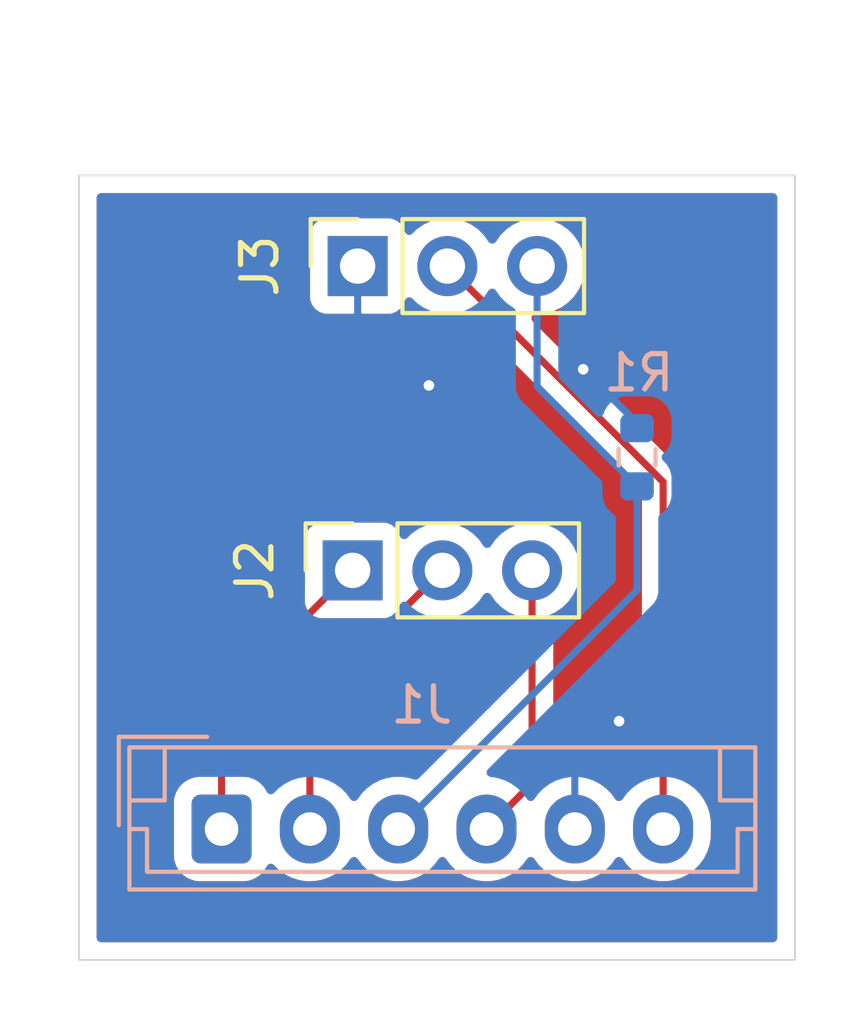
<source format=kicad_pcb>
(kicad_pcb (version 20240108) (generator "pcbnew") (generator_version "8.0")
  (layers (0 "F.Cu" signal) (31 "B.Cu" signal) (34 "B.Paste" user) (35 "F.Paste" user) (36 "B.SilkS" user "B.Silkscreen") (37 "F.SilkS" user "F.Silkscreen") (38 "B.Mask" user) (39 "F.Mask" user) (44 "Edge.Cuts" user))
  (net 0 "")
  (net 1 "/sel")
  (net 2 "/sd")
  (net 3 "+3.3V")
  (net 4 "GND")
  (net 5 "/bclk")
  (net 6 "/lrcl")
  (footprint "Connector_PinSocket_2.54mm:PinSocket_1x03_P2.54mm_Vertical" (layer "F.Cu") (at 94.615 67.31 90)
    (property "Reference" "J2" (at 0 -2.77 90) (layer "F.SilkS"))
    (property "Value" "Conn_01x03_Socket")
    (fp_line (start 1.33 -1.33) (end 1.33 0) (stroke (width 0.12)) (layer "F.SilkS"))
    (fp_line (start 0 -1.33) (end 1.33 -1.33) (stroke (width 0.12)) (layer "F.SilkS"))
    (fp_line (start 1.33 1.27) (end 1.33 6.41) (stroke (width 0.12)) (layer "F.SilkS"))
    (fp_line (start -1.33 1.27) (end 1.33 1.27) (stroke (width 0.12)) (layer "F.SilkS"))
    (fp_line (start -1.33 1.27) (end -1.33 6.41) (stroke (width 0.12)) (layer "F.SilkS"))
    (fp_line (start -1.33 6.41) (end 1.33 6.41) (stroke (width 0.12)) (layer "F.SilkS"))
    (pad "1" thru_hole rect (at 0 0 90) (size 1.7 1.7) (drill 1) (layers "*.Cu" "*.Mask") (net 1 "/sel"))
    (pad "2" thru_hole oval (at 0 2.54 90) (size 1.7 1.7) (drill 1) (layers "*.Cu" "*.Mask") (net 6 "/lrcl"))
    (pad "3" thru_hole oval (at 0 5.08 90) (size 1.7 1.7) (drill 1) (layers "*.Cu" "*.Mask") (net 5 "/bclk"))
  )
  (footprint "Connector_PinSocket_2.54mm:PinSocket_1x03_P2.54mm_Vertical" (layer "F.Cu") (at 94.757 58.6998 90)
    (property "Reference" "J3" (at 0 -2.77 90) (layer "F.SilkS"))
    (property "Value" "Conn_01x03_Socket")
    (fp_line (start 1.33 -1.33) (end 1.33 0) (stroke (width 0.12)) (layer "F.SilkS"))
    (fp_line (start 0 -1.33) (end 1.33 -1.33) (stroke (width 0.12)) (layer "F.SilkS"))
    (fp_line (start 1.33 1.27) (end 1.33 6.41) (stroke (width 0.12)) (layer "F.SilkS"))
    (fp_line (start -1.33 1.27) (end 1.33 1.27) (stroke (width 0.12)) (layer "F.SilkS"))
    (fp_line (start -1.33 1.27) (end -1.33 6.41) (stroke (width 0.12)) (layer "F.SilkS"))
    (fp_line (start -1.33 6.41) (end 1.33 6.41) (stroke (width 0.12)) (layer "F.SilkS"))
    (pad "1" thru_hole rect (at 0 0 90) (size 1.7 1.7) (drill 1) (layers "*.Cu" "*.Mask") (net 4 "GND"))
    (pad "2" thru_hole oval (at 0 2.54 90) (size 1.7 1.7) (drill 1) (layers "*.Cu" "*.Mask") (net 3 "+3.3V"))
    (pad "3" thru_hole oval (at 0 5.08 90) (size 1.7 1.7) (drill 1) (layers "*.Cu" "*.Mask") (net 2 "/sd"))
  )
  (footprint "Connector_JST:JST_EH_B6B-EH-A_1x06_P2.50mm_Vertical" (layer "B.Cu") (at 90.905 74.63)
    (property "Reference" "J1" (at 5.6658 -3.51 360) (layer "B.SilkS") (effects (justify mirror)))
    (property "Value" "3.3      sel")
    (fp_line (start -2.91 -2.61) (end -2.91 -0.11) (stroke (width 0.12)) (layer "B.SilkS"))
    (fp_line (start -2.61 -2.31) (end -2.61 1.71) (stroke (width 0.12)) (layer "B.SilkS"))
    (fp_line (start -2.61 1.71) (end 15.11 1.71) (stroke (width 0.12)) (layer "B.SilkS"))
    (fp_line (start -2.11 0) (end -2.61 0) (stroke (width 0.12)) (layer "B.SilkS"))
    (fp_line (start -2.11 1.21) (end -2.11 0) (stroke (width 0.12)) (layer "B.SilkS"))
    (fp_line (start -1.61 -2.31) (end -1.61 -0.81) (stroke (width 0.12)) (layer "B.SilkS"))
    (fp_line (start -1.61 -0.81) (end -2.61 -0.81) (stroke (width 0.12)) (layer "B.SilkS"))
    (fp_line (start -0.41 -2.61) (end -2.91 -2.61) (stroke (width 0.12)) (layer "B.SilkS"))
    (fp_line (start 14.11 -2.31) (end 14.11 -0.81) (stroke (width 0.12)) (layer "B.SilkS"))
    (fp_line (start 14.11 -0.81) (end 15.11 -0.81) (stroke (width 0.12)) (layer "B.SilkS"))
    (fp_line (start 14.61 0) (end 14.61 1.21) (stroke (width 0.12)) (layer "B.SilkS"))
    (fp_line (start 14.61 1.21) (end -2.11 1.21) (stroke (width 0.12)) (layer "B.SilkS"))
    (fp_line (start 15.11 -2.31) (end -2.61 -2.31) (stroke (width 0.12)) (layer "B.SilkS"))
    (fp_line (start 15.11 0) (end 14.61 0) (stroke (width 0.12)) (layer "B.SilkS"))
    (fp_line (start 15.11 1.71) (end 15.11 -2.31) (stroke (width 0.12)) (layer "B.SilkS"))
    (pad "1" thru_hole roundrect (at 0 0) (size 1.7 1.95) (drill 0.95) (layers "*.Cu" "*.Mask") (roundrect_rratio 0.147059) (net 1 "/sel"))
    (pad "2" thru_hole oval (at 2.5 0) (size 1.7 1.95) (drill 0.95) (layers "*.Cu" "*.Mask") (net 6 "/lrcl"))
    (pad "3" thru_hole oval (at 5 0) (size 1.7 1.95) (drill 0.95) (layers "*.Cu" "*.Mask") (net 2 "/sd"))
    (pad "4" thru_hole oval (at 7.5 0) (size 1.7 1.95) (drill 0.95) (layers "*.Cu" "*.Mask") (net 5 "/bclk"))
    (pad "5" thru_hole oval (at 10 0) (size 1.7 1.95) (drill 0.95) (layers "*.Cu" "*.Mask") (net 4 "GND"))
    (pad "6" thru_hole oval (at 12.5 0) (size 1.7 1.95) (drill 0.95) (layers "*.Cu" "*.Mask") (net 3 "+3.3V"))
  )
  (footprint "Resistor_SMD:R_0603_1608Metric" (layer "B.Cu") (at 102.6668 64.1096 90)
    (property "Reference" "R1" (at 2.3876 0.0508 360) (layer "B.SilkS") (effects (justify mirror)))
    (property "Value" "10k")
    (fp_line (start 0.237258 -0.5225) (end -0.237258 -0.5225) (stroke (width 0.12)) (layer "B.SilkS"))
    (fp_line (start 0.237258 0.5225) (end -0.237258 0.5225) (stroke (width 0.12)) (layer "B.SilkS"))
    (pad "1" smd roundrect (at -0.825 0 90) (size 0.8 0.95) (layers "B.Cu" "B.Paste" "B.Mask") (net 2 "/sd"))
    (pad "2" smd roundrect (at 0.825 0 90) (size 0.8 0.95) (layers "B.Cu" "B.Paste" "B.Mask") (net 4 "GND"))
  )
  (gr_rect (start 86.868 56.134) (end 107.1372 78.3336) (stroke (width 0.05)) (fill none) (layer "Edge.Cuts"))
  (segment (start 90.905 74.63) (end 90.905 71.02) (width 0.2) (layer "F.Cu") (net 1))
  (segment (start 90.905 71.02) (end 94.615 67.31) (width 0.2) (layer "F.Cu") (net 1))
  (segment (start 102.6668 67.8682) (end 102.6668 64.9346) (width 0.2) (layer "B.Cu") (net 2))
  (segment (start 95.905 74.63) (end 102.6668 67.8682) (width 0.2) (layer "B.Cu") (net 2))
  (segment (start 99.837 62.1048) (end 99.837 58.6998) (width 0.2) (layer "B.Cu") (net 2))
  (segment (start 102.6668 64.9346) (end 99.837 62.1048) (width 0.2) (layer "B.Cu") (net 2))
  (segment (start 103.405 64.8078) (end 103.405 74.63) (width 0.2) (layer "F.Cu") (net 3))
  (segment (start 97.297 58.6998) (end 103.405 64.8078) (width 0.2) (layer "F.Cu") (net 3))
  (via (at 96.774 62.0776) (size 0.6) (drill 0.3) (layers "F.Cu" "B.Cu") (net 4))
  (via (at 102.1588 71.5772) (size 0.6) (drill 0.3) (layers "F.Cu" "B.Cu") (net 4))
  (via (at 101.1428 61.6204) (size 0.6) (drill 0.3) (layers "F.Cu" "B.Cu") (net 4))
  (segment (start 102.6668 63.2846) (end 102.6668 63.1444) (width 0.2) (layer "B.Cu") (net 4))
  (segment (start 100.905 74.63) (end 100.905 72.831) (width 0.2) (layer "B.Cu") (net 4))
  (segment (start 100.905 72.831) (end 102.1588 71.5772) (width 0.2) (layer "B.Cu") (net 4))
  (segment (start 94.757 58.6998) (end 94.757 60.0606) (width 0.2) (layer "B.Cu") (net 4))
  (segment (start 94.757 60.0606) (end 96.774 62.0776) (width 0.2) (layer "B.Cu") (net 4))
  (segment (start 102.6668 63.1444) (end 101.1428 61.6204) (width 0.2) (layer "B.Cu") (net 4))
  (segment (start 99.695 67.31) (end 99.695 73.34) (width 0.2) (layer "F.Cu") (net 5))
  (segment (start 99.695 73.34) (end 98.405 74.63) (width 0.2) (layer "F.Cu") (net 5))
  (segment (start 93.405 74.63) (end 93.405 71.06) (width 0.2) (layer "F.Cu") (net 6))
  (segment (start 93.405 71.06) (end 97.155 67.31) (width 0.2) (layer "F.Cu") (net 6))
  (zone (net 4) (net_name "GND") (layers "F&B.Cu") (priority 1) (connect_pads no (clearance 0.5)) (min_thickness 0.25) (fill yes (thermal_gap 0.5) (thermal_bridge_width 0.5))
    (polygon (pts (xy 108.458 80.1624) (xy 84.7344 80.1116) (xy 84.6328 54.2544) (xy 108.6104 54.1528) (xy 108.3564 79.756)))
  )
)
</source>
